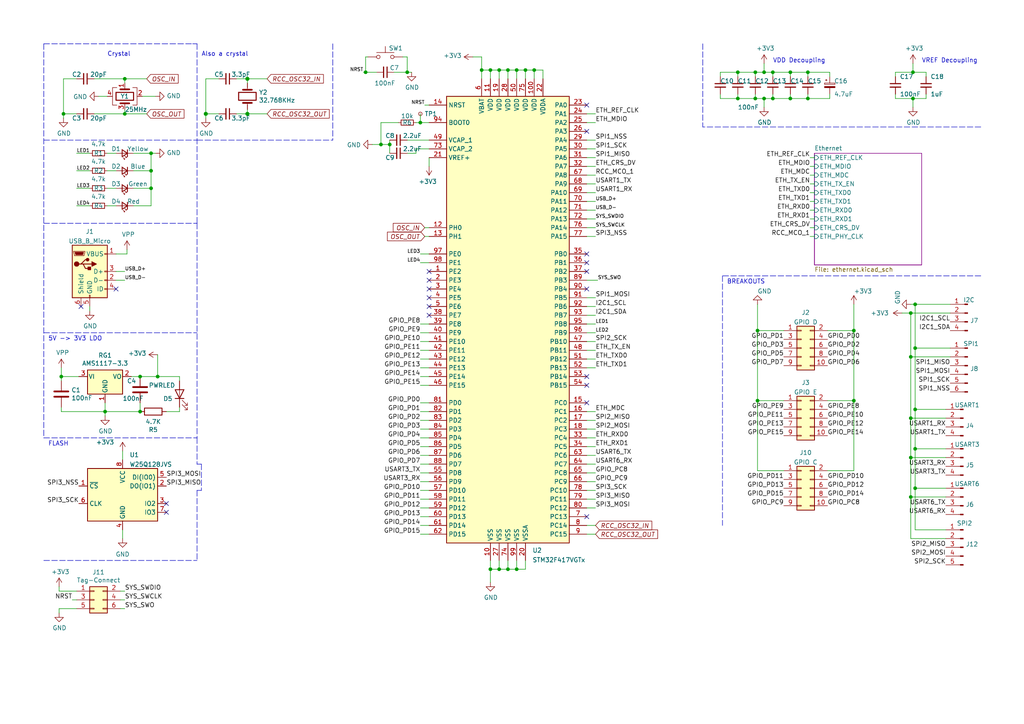
<source format=kicad_sch>
(kicad_sch (version 20211123) (generator eeschema)
  (paper "A4")
  (junction (at 213.995 28.575))
  (junction (at 234.315 28.575))
  (junction (at 265.43 88.265))
  (junction (at 43.815 49.53))
  (junction (at 17.78 109.22))
  (junction (at 264.16 103.505))
  (junction (at 43.815 44.45))
  (junction (at 139.7 20.32))
  (junction (at 224.155 20.955))
  (junction (at 118.11 20.955))
  (junction (at 264.16 132.715))
  (junction (at 264.795 28.575))
  (junction (at 144.78 165.1))
  (junction (at 229.235 20.955))
  (junction (at 265.43 141.605))
  (junction (at 40.64 109.22))
  (junction (at 221.615 28.575))
  (junction (at 154.94 20.32))
  (junction (at 152.4 20.32))
  (junction (at 147.32 20.32))
  (junction (at 45.72 109.22))
  (junction (at 264.16 90.805))
  (junction (at 36.195 33.02))
  (junction (at 71.755 22.86) (diameter 1.016))
  (junction (at 234.315 20.955))
  (junction (at 219.71 116.205))
  (junction (at 264.795 20.955))
  (junction (at 265.43 118.745))
  (junction (at 264.16 121.285))
  (junction (at 149.86 165.1))
  (junction (at 219.71 95.885))
  (junction (at 149.86 20.32))
  (junction (at 40.64 119.38))
  (junction (at 147.32 165.1))
  (junction (at 265.43 130.175))
  (junction (at 71.755 33.02) (diameter 1.016))
  (junction (at 106.045 20.955))
  (junction (at 142.24 20.32))
  (junction (at 219.075 28.575))
  (junction (at 113.03 41.91))
  (junction (at 43.815 54.61))
  (junction (at 59.69 33.02) (diameter 1.016))
  (junction (at 219.075 20.955))
  (junction (at 229.235 28.575))
  (junction (at 110.49 41.91))
  (junction (at 121.92 35.56))
  (junction (at 265.43 100.965))
  (junction (at 142.24 165.1))
  (junction (at 213.995 20.955))
  (junction (at 18.415 33.02))
  (junction (at 224.155 28.575))
  (junction (at 144.78 20.32))
  (junction (at 264.16 144.145))
  (junction (at 30.48 119.38))
  (junction (at 221.615 20.955))
  (junction (at 36.195 22.86))
  (junction (at 247.65 116.205))
  (junction (at 247.65 95.885))
  (no_connect (at 170.18 38.1))
  (no_connect (at 170.18 30.48))
  (no_connect (at 23.495 88.9))
  (no_connect (at 170.18 116.84))
  (no_connect (at 48.26 146.05))
  (no_connect (at 48.26 148.59))
  (no_connect (at 170.18 78.74))
  (no_connect (at 170.18 76.2))
  (no_connect (at 170.18 73.66))
  (no_connect (at 170.18 149.86))
  (no_connect (at 170.18 111.76))
  (no_connect (at 170.18 109.22))
  (no_connect (at 124.46 91.44))
  (no_connect (at 124.46 78.74))
  (no_connect (at 124.46 81.28))
  (no_connect (at 124.46 83.82))
  (no_connect (at 124.46 88.9))
  (no_connect (at 124.46 86.36))
  (no_connect (at 170.18 83.82))
  (no_connect (at 33.655 83.82))
  (wire (pts (xy 17.145 170.18) (xy 17.145 171.45)))
  (wire (pts (xy 170.18 142.24) (xy 172.72 142.24)))
  (wire (pts (xy 234.95 68.58) (xy 236.22 68.58)))
  (wire (pts (xy 264.795 18.415) (xy 264.795 20.955)))
  (wire (pts (xy 170.18 119.38) (xy 172.72 119.38)))
  (wire (pts (xy 264.16 156.21) (xy 264.16 144.145)))
  (wire (pts (xy 274.32 118.745) (xy 265.43 118.745)))
  (wire (pts (xy 234.315 27.305) (xy 234.315 28.575)))
  (wire (pts (xy 152.4 20.32) (xy 149.86 20.32)))
  (wire (pts (xy 142.24 20.32) (xy 142.24 22.86)))
  (wire (pts (xy 40.64 109.22) (xy 45.72 109.22)))
  (wire (pts (xy 170.18 45.72) (xy 172.72 45.72)))
  (wire (pts (xy 59.69 22.86) (xy 59.69 33.02)))
  (wire (pts (xy 170.18 134.62) (xy 172.72 134.62)))
  (wire (pts (xy 219.075 22.225) (xy 219.075 20.955)))
  (wire (pts (xy 17.78 106.68) (xy 17.78 109.22)))
  (wire (pts (xy 45.72 102.87) (xy 45.72 109.22)))
  (polyline (pts (xy 55.88 12.7) (xy 57.15 12.7)))
  (polyline (pts (xy 12.7 40.64) (xy 57.15 40.64)))
  (wire (pts (xy 45.085 44.45) (xy 43.815 44.45)))
  (wire (pts (xy 274.32 153.67) (xy 265.43 153.67)))
  (wire (pts (xy 34.925 171.45) (xy 36.195 171.45)))
  (wire (pts (xy 139.7 16.51) (xy 139.7 20.32)))
  (wire (pts (xy 219.075 20.955) (xy 221.615 20.955)))
  (wire (pts (xy 121.92 93.98) (xy 124.46 93.98)))
  (wire (pts (xy 107.95 41.91) (xy 110.49 41.91)))
  (wire (pts (xy 38.735 49.53) (xy 43.815 49.53)))
  (wire (pts (xy 118.11 40.64) (xy 124.46 40.64)))
  (wire (pts (xy 123.19 30.48) (xy 124.46 30.48)))
  (wire (pts (xy 22.225 49.53) (xy 26.035 49.53)))
  (polyline (pts (xy 57.15 142.24) (xy 57.15 162.56)))
  (wire (pts (xy 124.46 48.26) (xy 124.46 45.72)))
  (wire (pts (xy 265.43 130.175) (xy 265.43 118.745)))
  (polyline (pts (xy 57.15 40.64) (xy 96.52 40.64)))
  (wire (pts (xy 121.92 111.76) (xy 124.46 111.76)))
  (wire (pts (xy 45.085 27.94) (xy 41.275 27.94)))
  (wire (pts (xy 149.86 20.32) (xy 147.32 20.32)))
  (wire (pts (xy 240.665 27.305) (xy 240.665 28.575)))
  (wire (pts (xy 22.225 22.86) (xy 18.415 22.86)))
  (wire (pts (xy 170.18 66.04) (xy 172.72 66.04)))
  (wire (pts (xy 121.92 147.32) (xy 124.46 147.32)))
  (wire (pts (xy 264.16 88.265) (xy 265.43 88.265)))
  (wire (pts (xy 63.5 22.86) (xy 59.69 22.86)))
  (wire (pts (xy 40.64 119.38) (xy 30.48 119.38)))
  (wire (pts (xy 170.18 99.06) (xy 172.72 99.06)))
  (wire (pts (xy 42.545 22.86) (xy 36.195 22.86)))
  (wire (pts (xy 120.65 35.56) (xy 121.92 35.56)))
  (wire (pts (xy 30.48 119.38) (xy 30.48 120.65)))
  (wire (pts (xy 170.18 129.54) (xy 172.72 129.54)))
  (wire (pts (xy 35.56 153.67) (xy 35.56 156.21)))
  (wire (pts (xy 52.07 118.11) (xy 52.07 119.38)))
  (wire (pts (xy 144.78 20.32) (xy 142.24 20.32)))
  (wire (pts (xy 170.18 132.08) (xy 172.72 132.08)))
  (wire (pts (xy 234.95 63.5) (xy 236.22 63.5)))
  (wire (pts (xy 106.045 20.955) (xy 109.22 20.955)))
  (wire (pts (xy 221.615 18.415) (xy 221.615 20.955)))
  (wire (pts (xy 17.78 119.38) (xy 30.48 119.38)))
  (wire (pts (xy 170.18 144.78) (xy 172.72 144.78)))
  (wire (pts (xy 247.65 136.525) (xy 247.65 116.205)))
  (polyline (pts (xy 12.7 96.52) (xy 57.15 96.52)))
  (wire (pts (xy 170.18 154.94) (xy 172.72 154.94)))
  (wire (pts (xy 170.18 101.6) (xy 172.72 101.6)))
  (wire (pts (xy 121.92 73.66) (xy 124.46 73.66)))
  (wire (pts (xy 240.665 22.225) (xy 240.665 20.955)))
  (wire (pts (xy 208.915 20.955) (xy 213.995 20.955)))
  (wire (pts (xy 36.195 22.86) (xy 36.195 24.13)))
  (wire (pts (xy 170.18 48.26) (xy 172.72 48.26)))
  (wire (pts (xy 68.58 22.86) (xy 71.755 22.86)))
  (wire (pts (xy 147.32 162.56) (xy 147.32 165.1)))
  (wire (pts (xy 36.83 73.66) (xy 33.655 73.66)))
  (wire (pts (xy 247.65 95.885) (xy 240.03 95.885)))
  (wire (pts (xy 121.92 99.06) (xy 124.46 99.06)))
  (wire (pts (xy 43.815 44.45) (xy 43.815 49.53)))
  (wire (pts (xy 170.18 96.52) (xy 172.72 96.52)))
  (wire (pts (xy 121.92 127) (xy 124.46 127)))
  (wire (pts (xy 114.3 20.955) (xy 118.11 20.955)))
  (wire (pts (xy 170.18 35.56) (xy 172.72 35.56)))
  (wire (pts (xy 152.4 165.1) (xy 152.4 162.56)))
  (wire (pts (xy 121.92 109.22) (xy 124.46 109.22)))
  (wire (pts (xy 265.43 100.965) (xy 265.43 88.265)))
  (wire (pts (xy 170.18 50.8) (xy 172.72 50.8)))
  (wire (pts (xy 259.715 20.955) (xy 264.795 20.955)))
  (polyline (pts (xy 12.7 12.7) (xy 12.7 127)) (stroke (width 0) (type dash)))
  (wire (pts (xy 172.72 58.42) (xy 170.18 58.42)))
  (wire (pts (xy 71.755 22.86) (xy 71.755 24.13)))
  (wire (pts (xy 224.155 28.575) (xy 221.615 28.575)))
  (wire (pts (xy 170.18 147.32) (xy 172.72 147.32)))
  (wire (pts (xy 268.605 28.575) (xy 264.795 28.575)))
  (polyline (pts (xy 57.15 134.62) (xy 58.42 134.62)))
  (wire (pts (xy 268.605 27.305) (xy 268.605 28.575)))
  (wire (pts (xy 123.19 68.58) (xy 124.46 68.58)))
  (wire (pts (xy 38.735 59.69) (xy 43.815 59.69)))
  (wire (pts (xy 18.415 22.86) (xy 18.415 33.02)))
  (polyline (pts (xy 284.48 80.01) (xy 209.55 80.01)))
  (wire (pts (xy 31.115 44.45) (xy 33.655 44.45)))
  (wire (pts (xy 219.71 95.885) (xy 227.33 95.885)))
  (wire (pts (xy 121.92 144.78) (xy 124.46 144.78)))
  (wire (pts (xy 42.545 33.02) (xy 36.195 33.02)))
  (polyline (pts (xy 57.15 64.77) (xy 57.15 127)))
  (wire (pts (xy 121.92 116.84) (xy 124.46 116.84)))
  (wire (pts (xy 264.795 28.575) (xy 259.715 28.575)))
  (wire (pts (xy 27.305 22.86) (xy 36.195 22.86)))
  (wire (pts (xy 264.16 144.145) (xy 264.16 132.715)))
  (wire (pts (xy 27.305 33.02) (xy 36.195 33.02)))
  (wire (pts (xy 247.65 88.265) (xy 247.65 95.885)))
  (wire (pts (xy 172.72 63.5) (xy 170.18 63.5)))
  (wire (pts (xy 229.235 27.305) (xy 229.235 28.575)))
  (wire (pts (xy 170.18 86.36) (xy 172.72 86.36)))
  (wire (pts (xy 22.225 44.45) (xy 26.035 44.45)))
  (wire (pts (xy 106.68 16.51) (xy 106.045 16.51)))
  (wire (pts (xy 121.92 154.94) (xy 124.46 154.94)))
  (polyline (pts (xy 12.7 64.77) (xy 57.15 64.77)))
  (wire (pts (xy 113.03 41.91) (xy 113.03 40.64)))
  (wire (pts (xy 17.145 177.8) (xy 17.145 176.53)))
  (wire (pts (xy 264.795 31.115) (xy 264.795 28.575)))
  (wire (pts (xy 121.92 129.54) (xy 124.46 129.54)))
  (polyline (pts (xy 12.7 127) (xy 57.15 127)))
  (wire (pts (xy 52.07 119.38) (xy 48.26 119.38)))
  (wire (pts (xy 221.615 20.955) (xy 224.155 20.955)))
  (wire (pts (xy 149.86 165.1) (xy 147.32 165.1)))
  (wire (pts (xy 213.995 27.305) (xy 213.995 28.575)))
  (wire (pts (xy 36.83 72.39) (xy 36.83 73.66)))
  (wire (pts (xy 213.995 22.225) (xy 213.995 20.955)))
  (wire (pts (xy 170.18 43.18) (xy 172.72 43.18)))
  (wire (pts (xy 71.755 33.02) (xy 77.47 33.02)))
  (wire (pts (xy 106.045 16.51) (xy 106.045 20.955)))
  (wire (pts (xy 121.92 101.6) (xy 124.46 101.6)))
  (wire (pts (xy 36.195 33.02) (xy 36.195 31.75)))
  (wire (pts (xy 234.95 53.34) (xy 236.22 53.34)))
  (wire (pts (xy 275.59 103.505) (xy 264.16 103.505)))
  (polyline (pts (xy 57.15 127) (xy 57.15 134.62)))
  (wire (pts (xy 170.18 55.88) (xy 172.72 55.88)))
  (wire (pts (xy 234.95 50.8) (xy 236.22 50.8)))
  (wire (pts (xy 31.115 59.69) (xy 33.655 59.69)))
  (wire (pts (xy 247.65 116.205) (xy 240.03 116.205)))
  (polyline (pts (xy 57.15 12.7) (xy 57.15 64.77)))
  (wire (pts (xy 144.78 162.56) (xy 144.78 165.1)))
  (wire (pts (xy 28.575 27.94) (xy 31.115 27.94)))
  (wire (pts (xy 18.415 34.29) (xy 18.415 33.02)))
  (wire (pts (xy 261.62 90.805) (xy 264.16 90.805)))
  (wire (pts (xy 274.32 121.285) (xy 264.16 121.285)))
  (wire (pts (xy 144.78 20.32) (xy 144.78 22.86)))
  (wire (pts (xy 43.815 49.53) (xy 43.815 54.61)))
  (wire (pts (xy 121.92 134.62) (xy 124.46 134.62)))
  (wire (pts (xy 142.24 168.91) (xy 142.24 165.1)))
  (wire (pts (xy 229.235 28.575) (xy 224.155 28.575)))
  (wire (pts (xy 240.03 136.525) (xy 247.65 136.525)))
  (wire (pts (xy 240.665 20.955) (xy 234.315 20.955)))
  (wire (pts (xy 234.95 66.04) (xy 236.22 66.04)))
  (wire (pts (xy 170.18 121.92) (xy 172.72 121.92)))
  (wire (pts (xy 31.115 49.53) (xy 33.655 49.53)))
  (wire (pts (xy 265.43 118.745) (xy 265.43 100.965)))
  (wire (pts (xy 121.92 124.46) (xy 124.46 124.46)))
  (wire (pts (xy 38.1 109.22) (xy 40.64 109.22)))
  (wire (pts (xy 110.49 35.56) (xy 110.49 41.91)))
  (wire (pts (xy 149.86 162.56) (xy 149.86 165.1)))
  (wire (pts (xy 224.155 27.305) (xy 224.155 28.575)))
  (wire (pts (xy 170.18 124.46) (xy 172.72 124.46)))
  (wire (pts (xy 170.18 104.14) (xy 172.72 104.14)))
  (wire (pts (xy 234.315 20.955) (xy 234.315 22.225)))
  (wire (pts (xy 121.92 149.86) (xy 124.46 149.86)))
  (wire (pts (xy 22.225 59.69) (xy 26.035 59.69)))
  (wire (pts (xy 234.95 45.72) (xy 236.22 45.72)))
  (wire (pts (xy 219.075 27.305) (xy 219.075 28.575)))
  (wire (pts (xy 219.71 116.205) (xy 227.33 116.205)))
  (wire (pts (xy 264.16 132.715) (xy 264.16 121.285)))
  (wire (pts (xy 110.49 41.91) (xy 113.03 41.91)))
  (wire (pts (xy 17.78 109.22) (xy 17.78 110.49)))
  (wire (pts (xy 224.155 22.225) (xy 224.155 20.955)))
  (wire (pts (xy 40.64 116.84) (xy 40.64 119.38)))
  (wire (pts (xy 219.71 136.525) (xy 219.71 116.205)))
  (polyline (pts (xy 96.52 12.7) (xy 96.52 40.64)))
  (wire (pts (xy 121.92 132.08) (xy 124.46 132.08)))
  (wire (pts (xy 38.735 44.45) (xy 43.815 44.45)))
  (polyline (pts (xy 58.42 142.24) (xy 57.15 142.24)))
  (wire (pts (xy 121.92 76.2) (xy 124.46 76.2)))
  (wire (pts (xy 219.71 88.265) (xy 219.71 95.885)))
  (wire (pts (xy 274.32 141.605) (xy 265.43 141.605)))
  (polyline (pts (xy 12.7 162.56) (xy 57.15 162.56)))
  (wire (pts (xy 121.92 139.7) (xy 124.46 139.7)))
  (wire (pts (xy 259.715 28.575) (xy 259.715 27.305)))
  (wire (pts (xy 35.56 130.81) (xy 35.56 133.35)))
  (wire (pts (xy 121.92 142.24) (xy 124.46 142.24)))
  (wire (pts (xy 30.48 116.84) (xy 30.48 119.38)))
  (wire (pts (xy 17.145 176.53) (xy 22.225 176.53)))
  (wire (pts (xy 149.86 165.1) (xy 152.4 165.1)))
  (wire (pts (xy 234.95 58.42) (xy 236.22 58.42)))
  (wire (pts (xy 213.995 28.575) (xy 208.915 28.575)))
  (wire (pts (xy 221.615 31.115) (xy 221.615 28.575)))
  (wire (pts (xy 234.315 28.575) (xy 229.235 28.575)))
  (wire (pts (xy 170.18 139.7) (xy 172.72 139.7)))
  (wire (pts (xy 147.32 165.1) (xy 144.78 165.1)))
  (wire (pts (xy 170.18 88.9) (xy 172.72 88.9)))
  (wire (pts (xy 18.415 33.02) (xy 22.225 33.02)))
  (wire (pts (xy 68.58 33.02) (xy 71.755 33.02)))
  (polyline (pts (xy 284.48 36.83) (xy 203.835 36.83)))
  (wire (pts (xy 144.78 165.1) (xy 142.24 165.1)))
  (wire (pts (xy 26.035 90.17) (xy 26.035 88.9)))
  (wire (pts (xy 213.995 20.955) (xy 219.075 20.955)))
  (wire (pts (xy 170.18 106.68) (xy 172.72 106.68)))
  (wire (pts (xy 247.65 95.885) (xy 247.65 116.205)))
  (wire (pts (xy 264.16 103.505) (xy 264.16 90.805)))
  (wire (pts (xy 59.69 33.02) (xy 63.5 33.02)))
  (wire (pts (xy 274.32 130.175) (xy 265.43 130.175)))
  (wire (pts (xy 274.32 132.715) (xy 264.16 132.715)))
  (wire (pts (xy 45.72 109.22) (xy 52.07 109.22)))
  (wire (pts (xy 118.11 20.955) (xy 119.38 20.955)))
  (wire (pts (xy 34.925 176.53) (xy 36.195 176.53)))
  (wire (pts (xy 274.32 156.21) (xy 264.16 156.21)))
  (polyline (pts (xy 58.42 134.62) (xy 58.42 142.24)))
  (wire (pts (xy 120.65 43.18) (xy 124.46 43.18)))
  (wire (pts (xy 113.03 41.91) (xy 113.03 44.45)))
  (wire (pts (xy 147.32 20.32) (xy 144.78 20.32)))
  (wire (pts (xy 219.71 95.885) (xy 219.71 116.205)))
  (wire (pts (xy 265.43 141.605) (xy 265.43 130.175)))
  (wire (pts (xy 170.18 81.28) (xy 173.355 81.28)))
  (wire (pts (xy 154.94 20.32) (xy 152.4 20.32)))
  (wire (pts (xy 59.69 34.29) (xy 59.69 33.02)))
  (wire (pts (xy 170.18 68.58) (xy 172.72 68.58)))
  (wire (pts (xy 152.4 20.32) (xy 152.4 22.86)))
  (wire (pts (xy 105.41 20.955) (xy 106.045 20.955)))
  (polyline (pts (xy 209.55 80.01) (xy 209.55 152.4)))
  (wire (pts (xy 71.755 22.86) (xy 77.47 22.86)))
  (wire (pts (xy 115.57 35.56) (xy 110.49 35.56)))
  (wire (pts (xy 264.16 121.285) (xy 264.16 103.505)))
  (wire (pts (xy 274.32 144.145) (xy 264.16 144.145)))
  (wire (pts (xy 264.16 90.805) (xy 275.59 90.805)))
  (wire (pts (xy 120.65 44.45) (xy 120.65 43.18)))
  (wire (pts (xy 52.07 109.22) (xy 52.07 110.49)))
  (wire (pts (xy 17.78 109.22) (xy 22.86 109.22)))
  (wire (pts (xy 224.155 20.955) (xy 229.235 20.955)))
  (wire (pts (xy 154.94 20.32) (xy 157.48 20.32)))
  (wire (pts (xy 118.11 44.45) (xy 120.65 44.45)))
  (polyline (pts (xy 12.7 12.7) (xy 55.88 12.7)))
  (wire (pts (xy 121.92 104.14) (xy 124.46 104.14)))
  (wire (pts (xy 264.795 20.955) (xy 268.605 20.955)))
  (wire (pts (xy 121.92 137.16) (xy 124.46 137.16)))
  (wire (pts (xy 17.78 119.38) (xy 17.78 118.11)))
  (wire (pts (xy 34.925 173.99) (xy 36.195 173.99)))
  (wire (pts (xy 147.32 20.32) (xy 147.32 22.86)))
  (wire (pts (xy 234.95 48.26) (xy 236.22 48.26)))
  (wire (pts (xy 265.43 153.67) (xy 265.43 141.605)))
  (wire (pts (xy 170.18 33.02) (xy 172.72 33.02)))
  (wire (pts (xy 170.18 137.16) (xy 172.72 137.16)))
  (wire (pts (xy 170.18 91.44) (xy 172.72 91.44)))
  (wire (pts (xy 234.95 60.96) (xy 236.22 60.96)))
  (wire (pts (xy 17.145 171.45) (xy 22.225 171.45)))
  (wire (pts (xy 33.655 81.28) (xy 36.195 81.28)))
  (wire (pts (xy 221.615 28.575) (xy 219.075 28.575)))
  (wire (pts (xy 275.59 100.965) (xy 265.43 100.965)))
  (wire (pts (xy 137.16 16.51) (xy 139.7 16.51)))
  (polyline (pts (xy 203.835 12.7) (xy 203.835 36.83)))
  (wire (pts (xy 219.075 28.575) (xy 213.995 28.575)))
  (wire (pts (xy 38.735 54.61) (xy 43.815 54.61)))
  (wire (pts (xy 20.955 173.99) (xy 22.225 173.99)))
  (wire (pts (xy 121.92 106.68) (xy 124.46 106.68)))
  (wire (pts (xy 229.235 20.955) (xy 234.315 20.955)))
  (wire (pts (xy 118.11 16.51) (xy 118.11 20.955)))
  (wire (pts (xy 170.18 152.4) (xy 172.72 152.4)))
  (wire (pts (xy 265.43 88.265) (xy 275.59 88.265)))
  (wire (pts (xy 268.605 20.955) (xy 268.605 22.225)))
  (wire (pts (xy 170.18 93.98) (xy 172.72 93.98)))
  (wire (pts (xy 142.24 165.1) (xy 142.24 162.56)))
  (wire (pts (xy 208.915 22.225) (xy 208.915 20.955)))
  (wire (pts (xy 123.19 66.04) (xy 124.46 66.04)))
  (wire (pts (xy 121.92 35.56) (xy 124.46 35.56)))
  (wire (pts (xy 31.115 54.61) (xy 33.655 54.61)))
  (wire (pts (xy 227.33 136.525) (xy 219.71 136.525)))
  (wire (pts (xy 121.92 33.02) (xy 121.92 35.56)))
  (wire (pts (xy 170.18 40.64) (xy 172.72 40.64)))
  (wire (pts (xy 121.92 121.92) (xy 124.46 121.92)))
  (wire (pts (xy 149.86 20.32) (xy 149.86 22.86)))
  (wire (pts (xy 71.755 31.75) (xy 71.755 33.02)))
  (wire (pts (xy 22.225 54.61) (xy 26.035 54.61)))
  (wire (pts (xy 234.95 55.88) (xy 236.22 55.88)))
  (wire (pts (xy 157.48 20.32) (xy 157.48 22.86)))
  (wire (pts (xy 121.92 152.4) (xy 124.46 152.4)))
  (wire (pts (xy 43.815 54.61) (xy 43.815 59.69)))
  (wire (pts (xy 36.195 78.74) (xy 33.655 78.74)))
  (wire (pts (xy 121.92 119.38) (xy 124.46 119.38)))
  (wire (pts (xy 208.915 28.575) (xy 208.915 27.305)))
  (wire (pts (xy 259.715 22.225) (xy 259.715 20.955)))
  (wire (pts (xy 116.84 16.51) (xy 118.11 16.51)))
  (wire (pts (xy 121.92 96.52) (xy 124.46 96.52)))
  (wire (pts (xy 170.18 53.34) (xy 172.72 53.34)))
  (wire (pts (xy 139.7 20.32) (xy 142.24 20.32)))
  (wire (pts (xy 229.235 22.225) (xy 229.235 20.955)))
  (wire (pts (xy 170.18 127) (xy 172.72 127)))
  (wire (pts (xy 240.665 28.575) (xy 234.315 28.575)))
  (wire (pts (xy 170.18 60.96) (xy 172.72 60.96)))
  (wire (pts (xy 154.94 22.86) (xy 154.94 20.32)))
  (wire (pts (xy 139.7 20.32) (xy 139.7 22.86)))
  (text "Crystal" (at 31.115 16.51 0) (effects (font (size 1.27 1.27)) (justify left bottom)))
  (text "VREF Decoupling" (at 267.335 18.415 0) (effects (font (size 1.27 1.27)) (justify left bottom)))
  (text "VDD Decoupling" (at 224.155 18.415 0) (effects (font (size 1.27 1.27)) (justify left bottom)))
  (text "5V -> 3V3 LDO" (at 13.97 99.06 0) (effects (font (size 1.27 1.27)) (justify left bottom)))
  (text "Also a crystal" (at 58.42 16.51 0) (effects (font (size 1.27 1.27)) (justify left bottom)))
  (text "FLASH" (at 13.97 129.54 0) (effects (font (size 1.27 1.27)) (justify left bottom)))
  (text "BREAKOUTS" (at 210.82 82.55 0) (effects (font (size 1.27 1.27)) (justify left bottom)))
  (label "GPIO_PD4" (at 121.92 127 180))
  (label "SPI3_NSS" (at 172.72 68.58 0))
  (label "USB_D+" (at 172.72 58.42 0) (effects (font (size 0.9906 0.9906))))
  (label "GPIO_PE11" (at 121.92 101.6 180))
  (label "GPIO_PD6" (at 121.92 132.08 180))
  (label "GPIO_PE9" (at 121.92 96.52 180))
  (label "GPIO_PE9" (at 227.33 118.745 180))
  (label "GPIO_PD14" (at 121.92 152.4 180))
  (label "GPIO_PE15" (at 227.33 126.365 180))
  (label "GPIO_PD7" (at 121.92 134.62 180))
  (label "SPI1_SCK" (at 275.59 111.125 180))
  (label "SPI1_MOSI" (at 172.72 86.36 0))
  (label "ETH_CRS_DV" (at 234.95 66.04 180))
  (label "SPI3_MOSI" (at 48.26 138.43 0))
  (label "GPIO_PD3" (at 121.92 124.46 180))
  (label "USB_D+" (at 36.195 78.74 0) (effects (font (size 0.9906 0.9906))))
  (label "GPIO_PE14" (at 240.03 126.365 0))
  (label "ETH_MDIO" (at 234.95 48.26 180))
  (label "LED3" (at 121.92 73.66 180) (effects (font (size 0.9906 0.9906))))
  (label "SPI1_MOSI" (at 275.59 108.585 180))
  (label "I2C1_SDA" (at 172.72 91.44 0))
  (label "SPI2_MISO" (at 172.72 121.92 0))
  (label "NRST" (at 105.41 20.955 180) (effects (font (size 0.9906 0.9906))))
  (label "GPIO_PD13" (at 227.33 141.605 180))
  (label "GPIO_PD2" (at 121.92 121.92 180))
  (label "GPIO_PD4" (at 240.03 103.505 0))
  (label "GPIO_PD3" (at 227.33 100.965 180))
  (label "ETH_TX_EN" (at 172.72 101.6 0))
  (label "ETH_CRS_DV" (at 172.72 48.26 0))
  (label "SYS_SWDIO" (at 36.195 171.45 0))
  (label "ETH_TXD1" (at 234.95 58.42 180))
  (label "ETH_MDIO" (at 172.72 35.56 0))
  (label "ETH_TXD0" (at 172.72 104.14 0))
  (label "USB_D-" (at 172.72 60.96 0) (effects (font (size 0.9906 0.9906))))
  (label "GPIO_PC9" (at 227.33 146.685 180))
  (label "SPI2_SCK" (at 274.32 163.83 180))
  (label "LED3" (at 22.225 54.61 0) (effects (font (size 0.9906 0.9906))))
  (label "SPI3_SCK" (at 172.72 142.24 0))
  (label "GPIO_PE12" (at 121.92 104.14 180))
  (label "ETH_TXD0" (at 234.95 55.88 180))
  (label "NRST" (at 20.955 173.99 180))
  (label "SPI3_MISO" (at 172.72 144.78 0))
  (label "LED4" (at 22.225 59.69 0) (effects (font (size 0.9906 0.9906))))
  (label "GPIO_PE10" (at 121.92 99.06 180))
  (label "LED2" (at 22.225 49.53 0) (effects (font (size 0.9906 0.9906))))
  (label "RCC_MCO_1" (at 234.95 68.58 180))
  (label "RCC_MCO_1" (at 172.72 50.8 0))
  (label "ETH_TX_EN" (at 234.95 53.34 180))
  (label "GPIO_PE15" (at 121.92 111.76 180))
  (label "ETH_RXD0" (at 234.95 60.96 180))
  (label "SPI1_MISO" (at 172.72 45.72 0))
  (label "GPIO_PD1" (at 121.92 119.38 180))
  (label "SPI2_MISO" (at 274.32 158.75 180))
  (label "GPIO_PE13" (at 121.92 106.68 180))
  (label "SYS_SWO" (at 36.195 176.53 0))
  (label "SYS_SWO" (at 173.355 81.28 0) (effects (font (size 0.9906 0.9906))))
  (label "GPIO_PE14" (at 121.92 109.22 180))
  (label "GPIO_PD11" (at 121.92 144.78 180))
  (label "USART3_TX" (at 274.32 137.795 180))
  (label "GPIO_PE8" (at 121.92 93.98 180))
  (label "GPIO_PD0" (at 121.92 116.84 180))
  (label "USART1_RX" (at 172.72 55.88 0))
  (label "USB_D-" (at 36.195 81.28 0) (effects (font (size 0.9906 0.9906))))
  (label "GPIO_PD13" (at 121.92 149.86 180))
  (label "GPIO_PD15" (at 227.33 144.145 180))
  (label "LED1" (at 172.72 93.98 0) (effects (font (size 0.9906 0.9906))))
  (label "USART6_RX" (at 172.72 134.62 0))
  (label "USART3_RX" (at 274.32 135.255 180))
  (label "SPI2_MOSI" (at 172.72 124.46 0))
  (label "GPIO_PD10" (at 240.03 139.065 0))
  (label "ETH_RXD0" (at 172.72 127 0))
  (label "GPIO_PD12" (at 240.03 141.605 0))
  (label "USART6_RX" (at 274.32 149.225 180))
  (label "LED2" (at 172.72 96.52 0) (effects (font (size 0.9906 0.9906))))
  (label "SPI2_MOSI" (at 274.32 161.29 180))
  (label "SYS_SWDIO" (at 172.72 63.5 0) (effects (font (size 0.9906 0.9906))))
  (label "GPIO_PC8" (at 240.03 146.685 0))
  (label "SPI2_SCK" (at 172.72 99.06 0))
  (label "ETH_RXD1" (at 234.95 63.5 180))
  (label "GPIO_PD14" (at 240.03 144.145 0))
  (label "SYS_SWCLK" (at 36.195 173.99 0))
  (label "ETH_MDC" (at 172.72 119.38 0))
  (label "GPIO_PC8" (at 172.72 137.16 0))
  (label "LED1" (at 22.225 44.45 0) (effects (font (size 0.9906 0.9906))))
  (label "GPIO_PD12" (at 121.92 147.32 180))
  (label "USART1_TX" (at 274.32 126.365 180))
  (label "GPIO_PD15" (at 121.92 154.94 180))
  (label "GPIO_PE10" (at 240.03 121.285 0))
  (label "SPI3_NSS" (at 22.86 140.97 180))
  (label "SPI1_NSS" (at 172.72 40.64 0))
  (label "USART6_TX" (at 172.72 132.08 0))
  (label "GPIO_PD11" (at 227.33 139.065 180))
  (label "GPIO_PD2" (at 240.03 100.965 0))
  (label "USART3_TX" (at 121.92 137.16 180))
  (label "GPIO_PD7" (at 227.33 106.045 180))
  (label "SPI3_MOSI" (at 172.72 147.32 0))
  (label "LED4" (at 121.92 76.2 180) (effects (font (size 0.9906 0.9906))))
  (label "I2C1_SDA" (at 275.59 95.885 180))
  (label "I2C1_SCL" (at 275.59 93.345 180))
  (label "USART1_TX" (at 172.72 53.34 0))
  (label "SYS_SWCLK" (at 172.72 66.04 0) (effects (font (size 0.9906 0.9906))))
  (label "SPI3_SCK" (at 22.86 146.05 180))
  (label "GPIO_PD5" (at 121.92 129.54 180))
  (label "NRST" (at 123.19 30.48 180) (effects (font (size 0.9906 0.9906))))
  (label "GPIO_PD10" (at 121.92 142.24 180))
  (label "USART3_RX" (at 121.92 139.7 180))
  (label "ETH_TXD1" (at 172.72 106.68 0))
  (label "GPIO_PD5" (at 227.33 103.505 180))
  (label "ETH_REF_CLK" (at 234.95 45.72 180))
  (label "GPIO_PD1" (at 227.33 98.425 180))
  (label "USART1_RX" (at 274.32 123.825 180))
  (label "SPI1_MISO" (at 275.59 106.045 180))
  (label "ETH_REF_CLK" (at 172.72 33.02 0))
  (label "GPIO_PD0" (at 240.03 98.425 0))
  (label "SPI1_SCK" (at 172.72 43.18 0))
  (label "ETH_MDC" (at 234.95 50.8 180))
  (label "GPIO_PE13" (at 227.33 123.825 180))
  (label "GPIO_PD6" (at 240.03 106.045 0))
  (label "I2C1_SCL" (at 172.72 88.9 0))
  (label "USART6_TX" (at 274.32 146.685 180))
  (label "SPI3_MISO" (at 48.26 140.97 0))
  (label "GPIO_PE8" (at 240.03 118.745 0))
  (label "GPIO_PE11" (at 227.33 121.285 180))
  (label "GPIO_PC9" (at 172.72 139.7 0))
  (label "GPIO_PE12" (at 240.03 123.825 0))
  (label "SPI1_NSS" (at 275.59 113.665 180))
  (label "ETH_RXD1" (at 172.72 129.54 0))
  (global_label "OSC_OUT" (shape input) (at 123.19 68.58 180) (effects (font italic)) (property "Intersheet References" "${INTERSHEET_REFS}" (effects hide)))
  (global_label "OSC_IN" (shape input) (at 42.545 22.86 0) (effects (font italic)) (property "Intersheet References" "${INTERSHEET_REFS}" (effects hide)))
  (global_label "RCC_OSC32_OUT" (shape input) (at 172.72 154.94 0) (effects (font italic)) (property "Intersheet References" "${INTERSHEET_REFS}" (effects hide)))
  (global_label "RCC_OSC32_IN" (shape input) (at 172.72 152.4 0) (effects (font italic)) (property "Intersheet References" "${INTERSHEET_REFS}" (effects hide)))
  (global_label "RCC_OSC32_OUT" (shape input) (at 77.47 33.02 0) (effects (font italic)) (property "Intersheet References" "${INTERSHEET_REFS}" (effects hide)))
  (global_label "OSC_IN" (shape input) (at 123.19 66.04 180) (effects (font italic)) (property "Intersheet References" "${INTERSHEET_REFS}" (effects hide)))
  (global_label "OSC_OUT" (shape input) (at 42.545 33.02 0) (effects (font italic)) (property "Intersheet References" "${INTERSHEET_REFS}" (effects hide)))
  (global_label "RCC_OSC32_IN" (shape input) (at 77.47 22.86 0) (effects (font italic)) (property "Intersheet References" "${INTERSHEET_REFS}" (effects hide)))
  (symbol (lib_id "Device:Crystal") (at 71.755 27.94 90) (unit 1)
    (property "Reference" "Y2" (at 75.0825 26.7906 90) (effects (justify right)))
    (property "Value" "32.768KHz" (at 75.083 29.089 90) (effects (justify right)))
    (property "Footprint" "Crystal:Crystal_SMD_3215-2Pin_3.2x1.5mm" (effects hide))
    (property "LCSC" "C32346" (effects hide))
  )
  (symbol (lib_id "Device:C_Small") (at 208.915 24.765 0) (unit 1)
    (property "Reference" "C10" (at 208.915 23.495 0) (effects (justify left)))
    (property "Value" "100nF" (at 213.995 31.115 0) (effects (justify left)))
    (property "Footprint" "Capacitor_SMD:C_0603_1608Metric" (effects hide))
    (property "LCSC" "C14663" (effects hide))
  )
  (symbol (lib_id "power:+3V3") (at 261.62 90.805 90) (unit 1)
    (property "Reference" "#PWR022" (effects hide))
    (property "Value" "+3V3" (at 257.81 90.805 90) (effects (justify left)))
  )
  (symbol (lib_id "Connector:Conn_01x04_Male") (at 279.4 121.285 0) (mirror y) (unit 1)
    (property "Reference" "J4" (at 280.1112 123.4635 0) (effects (justify right)))
    (property "Value" "USART1" (at 276.86 117.475 0) (effects (justify right)))
    (property "Footprint" "Connector_PinHeader_2.54mm:PinHeader_1x04_P2.54mm_Vertical" (effects hide))
  )
  (symbol (lib_id "Connector_Generic:Conn_02x05_Odd_Even") (at 232.41 141.605 0) (unit 1)
    (property "Reference" "J10" (at 233.68 131.2885 0))
    (property "Value" "GPIO C" (at 233.68 134.0636 0))
    (property "Footprint" "Connector_PinHeader_2.54mm:PinHeader_2x05_P2.54mm_Vertical" (effects hide))
  )
  (symbol (lib_id "power:GND") (at 107.95 41.91 270) (unit 1)
    (property "Reference" "#PWR013" (effects hide))
    (property "Value" "GND" (at 104.6988 42.037 90) (effects (justify right)))
  )
  (symbol (lib_id "Connector:Conn_01x04_Male") (at 279.4 144.145 0) (mirror y) (unit 1)
    (property "Reference" "J6" (at 280.1112 146.3235 0) (effects (justify right)))
    (property "Value" "USART6" (at 276.86 140.335 0) (effects (justify right)))
    (property "Footprint" "Connector_PinHeader_2.54mm:PinHeader_1x04_P2.54mm_Vertical" (effects hide))
  )
  (symbol (lib_id "Device:C_Small") (at 24.765 33.02 270) (unit 1)
    (property "Reference" "C3" (at 22.225 34.29 90))
    (property "Value" "20pF" (at 28.575 34.29 90))
    (property "Footprint" "Capacitor_SMD:C_0603_1608Metric" (effects hide))
    (property "LCSC" "C1648" (effects hide))
  )
  (symbol (lib_id "Device:C_Small") (at 268.605 24.765 0) (unit 1)
    (property "Reference" "C18" (at 269.875 22.225 0) (effects (justify left)))
    (property "Value" "1uF" (at 269.875 27.305 0) (effects (justify left)))
    (property "Footprint" "Capacitor_SMD:C_0603_1608Metric" (effects hide))
    (property "LCSC" "C15849" (effects hide))
  )
  (symbol (lib_id "power:GND") (at 264.795 31.115 0) (unit 1)
    (property "Reference" "#PWR024" (effects hide))
    (property "Value" "GND" (at 264.922 35.5092 0))
  )
  (symbol (lib_id "Device:LED_Small") (at 36.195 54.61 180) (unit 1)
    (property "Reference" "D3" (at 33.655 53.34 0))
    (property "Value" "Green" (at 40.005 53.34 0))
    (property "Footprint" "LED_SMD:LED_0603_1608Metric" (effects hide))
    (property "LCSC" "C72043" (effects hide))
  )
  (symbol (lib_id "power:+3V3") (at 137.16 16.51 90) (unit 1)
    (property "Reference" "#PWR016" (effects hide))
    (property "Value" "+3V3" (at 133.9088 16.129 90) (effects (justify left)))
  )
  (symbol (lib_id "Device:LED_Small") (at 36.195 49.53 180) (unit 1)
    (property "Reference" "D2" (at 33.655 48.26 0))
    (property "Value" "Blue" (at 40.005 48.26 0))
    (property "Footprint" "LED_SMD:LED_0603_1608Metric" (effects hide))
    (property "LCSC" "C72041" (effects hide))
  )
  (symbol (lib_id "Connector_Generic:Conn_02x05_Odd_Even") (at 232.41 121.285 0) (unit 1)
    (property "Reference" "J3" (at 233.68 110.9685 0))
    (property "Value" "GPIO E" (at 233.68 113.7436 0))
    (property "Footprint" "Connector_PinHeader_2.54mm:PinHeader_2x05_P2.54mm_Vertical" (effects hide))
  )
  (symbol (lib_id "Device:LED_Small") (at 36.195 44.45 180) (unit 1)
    (property "Reference" "D1" (at 33.655 43.18 0))
    (property "Value" "Yellow" (at 40.005 43.18 0))
    (property "Footprint" "LED_SMD:LED_0603_1608Metric" (effects hide))
    (property "LCSC" "C72038" (effects hide))
  )
  (symbol (lib_id "power:GND") (at 221.615 31.115 0) (unit 1)
    (property "Reference" "#PWR020" (effects hide))
    (property "Value" "GND" (at 221.742 35.5092 0))
  )
  (symbol (lib_id "Device:R_Small") (at 28.575 54.61 270) (unit 1)
    (property "Reference" "R3" (at 28.575 54.61 90))
    (property "Value" "4.7k" (at 28.575 51.943 90))
    (property "Footprint" "Resistor_SMD:R_0603_1608Metric" (effects hide))
    (property "LCSC" "C23162" (effects hide))
  )
  (symbol (lib_id "power:VPP") (at 36.83 72.39 0) (unit 1)
    (property "Reference" "#PWR08" (effects hide))
    (property "Value" "VPP" (at 37.211 67.9958 0))
  )
  (symbol (lib_id "power:+3V3") (at 124.46 48.26 180) (unit 1)
    (property "Reference" "#PWR015" (effects hide))
    (property "Value" "+3V3" (at 124.079 52.6542 0))
  )
  (symbol (lib_id "Connector:Conn_01x05_Male") (at 279.4 158.75 0) (mirror y) (unit 1)
    (property "Reference" "J12" (at 280.1112 157.8415 0) (effects (justify right)))
    (property "Value" "SPI2" (at 277.495 151.765 0) (effects (justify right)))
    (property "Footprint" "Connector_PinHeader_2.54mm:PinHeader_1x05_P2.54mm_Vertical" (effects hide))
  )
  (symbol (lib_id "power:GND") (at 45.085 27.94 90) (unit 1)
    (property "Reference" "#PWR09" (effects hide))
    (property "Value" "GND" (at 48.3362 27.813 90) (effects (justify right)))
  )
  (symbol (lib_id "Memory_Flash:W25Q128JVS") (at 35.56 143.51 0) (unit 1)
    (property "Reference" "U1" (at 37.5794 131.9235 0) (effects (justify left)))
    (property "Value" "W25Q128JVS" (at 37.5794 134.6986 0) (effects (justify left)))
    (property "Footprint" "Package_SO:SOIC-8_5.23x5.23mm_P1.27mm" (effects hide))
    (property "Datasheet" "http://www.winbond.com/resource-files/w25q128jv_dtr%20revc%2003272018%20plus.pdf" (effects hide))
    (property "LCSC" "C97521" (effects hide))
  )
  (symbol (lib_id "Device:LED") (at 52.07 114.3 90) (unit 1)
    (property "Reference" "D5" (at 50.038 115.6462 90) (effects (justify left)))
    (property "Value" "PWRLED" (at 50.8 111.76 90) (effects (justify left)))
    (property "Footprint" "LED_SMD:LED_0603_1608Metric" (effects hide))
    (property "LCSC" "C2286" (effects hide))
  )
  (symbol (lib_id "power:GND") (at 219.71 88.265 180) (unit 1)
    (property "Reference" "#PWR018" (effects hide))
    (property "Value" "GND" (at 219.71 84.455 0) (effects (justify right)))
  )
  (symbol (lib_id "Connector:Conn_01x06_Male") (at 280.67 106.045 0) (mirror y) (unit 1)
    (property "Reference" "J8" (at 281.3812 106.9535 0) (effects (justify right)))
    (property "Value" "SPI1" (at 279.4 99.695 0) (effects (justify right)))
    (property "Footprint" "Connector_PinHeader_2.54mm:PinHeader_1x06_P2.54mm_Vertical" (effects hide))
  )
  (symbol (lib_id "power:GND") (at 264.16 88.265 270) (unit 1)
    (property "Reference" "#PWR0101" (effects hide))
    (property "Value" "GND" (at 260.35 88.265 0) (effects (justify right)))
  )
  (symbol (lib_id "Device:C_Small") (at 219.075 24.765 0) (unit 1)
    (property "Reference" "C12" (at 219.075 23.495 0) (effects (justify left)))
    (property "Value" "100nF" (effects hide))
    (property "Footprint" "Capacitor_SMD:C_0603_1608Metric" (effects hide))
    (property "LCSC" "C14663" (effects hide))
  )
  (symbol (lib_id "Device:C_Small") (at 234.315 24.765 0) (unit 1)
    (property "Reference" "C15" (at 234.315 23.495 0) (effects (justify left)))
    (property "Value" "100nF" (effects hide))
    (property "Footprint" "Capacitor_SMD:C_0603_1608Metric" (effects hide))
    (property "LCSC" "C14663" (effects hide))
  )
  (symbol (lib_id "power:GND") (at 28.575 27.94 270) (unit 1)
    (property "Reference" "#PWR04" (effects hide))
    (property "Value" "GND" (at 25.3238 28.067 90) (effects (justify right)))
  )
  (symbol (lib_id "Device:C_Small") (at 229.235 24.765 0) (unit 1)
    (property "Reference" "C14" (at 229.235 23.495 0) (effects (justify left)))
    (property "Value" "100nF" (effects hide))
    (property "Footprint" "Capacitor_SMD:C_0603_1608Metric" (effects hide))
    (property "LCSC" "C14663" (effects hide))
  )
  (symbol (lib_id "power:+3V3") (at 17.145 170.18 0) (unit 1)
    (property "Reference" "#PWR037" (effects hide))
    (property "Value" "+3V3" (at 17.5133 165.8556 0))
  )
  (symbol (lib_id "power:GND") (at 35.56 156.21 0) (unit 1)
    (property "Reference" "#PWR07" (effects hide))
    (property "Value" "GND" (at 35.56 160.7725 0))
  )
  (symbol (lib_id "Regulator_Linear:AMS1117-3.3") (at 30.48 109.22 0) (unit 1)
    (property "Reference" "RG1" (at 30.48 103.0732 0))
    (property "Value" "AMS1117-3.3" (at 30.48 105.3846 0))
    (property "Footprint" "Package_TO_SOT_SMD:SOT-223-3_TabPin2" (effects hide))
    (property "manf#" "AMS1117-3.3" (effects hide))
    (property "LCSC" "C6186" (effects hide))
  )
  (symbol (lib_id "Connector:Conn_01x04_Male") (at 280.67 90.805 0) (mirror y) (unit 1)
    (property "Reference" "J7" (at 281.3812 92.9835 0) (effects (justify right)))
    (property "Value" "I2C" (at 279.4 86.995 0) (effects (justify right)))
    (property "Footprint" "Connector_PinHeader_2.54mm:PinHeader_1x04_P2.54mm_Vertical" (effects hide))
  )
  (symbol (lib_id "Device:C_Small") (at 66.04 33.02 270) (unit 1)
    (property "Reference" "C6" (at 63.5 34.29 90))
    (property "Value" "3.3pF" (at 69.85 34.29 90))
    (property "Footprint" "Capacitor_SMD:C_0402_1005Metric" (effects hide))
    (property "LCSC" "C1565" (effects hide))
  )
  (symbol (lib_id "power:GND") (at 26.035 90.17 0) (unit 1)
    (property "Reference" "#PWR03" (effects hide))
    (property "Value" "GND" (at 26.162 94.5642 0))
  )
  (symbol (lib_id "Connector:USB_B_Micro") (at 26.035 78.74 0) (unit 1)
    (property "Reference" "J1" (at 26.035 67.1535 0))
    (property "Value" "USB_B_Micro" (at 26.035 69.9286 0))
    (property "Footprint" "Connector_USB:USB_Micro-B_Amphenol_10118194_Horizontal" (effects hide))
    (property "LCSC" "C132563" (effects hide))
  )
  (symbol (lib_id "Device:R_Small") (at 118.11 35.56 270) (unit 1)
    (property "Reference" "R6" (at 118.11 35.56 90))
    (property "Value" "10k" (at 118.11 33.655 90))
    (property "Footprint" "Resistor_SMD:R_0603_1608Metric" (effects hide))
    (property "LCSC" "C25804" (effects hide))
  )
  (symbol (lib_id "Device:C") (at 17.78 114.3 0) (unit 1)
    (property "Reference" "C1" (at 20.701 113.1316 0) (effects (justify left)))
    (property "Value" "100nF" (at 20.701 115.443 0) (effects (justify left)))
    (property "Footprint" "Capacitor_SMD:C_0805_2012Metric" (effects hide))
    (property "LCSC" "C49678" (effects hide))
  )
  (symbol (lib_id "power:GND") (at 142.24 168.91 0) (unit 1)
    (property "Reference" "#PWR017" (effects hide))
    (property "Value" "GND" (at 142.367 173.3042 0))
  )
  (symbol (lib_id "Connector_Generic:Conn_02x03_Odd_Even") (at 27.305 173.99 0) (unit 1) (in_bom no)
    (property "Reference" "J11" (at 28.575 165.9698 0))
    (property "Value" "Tag-Connect" (at 28.5752 168.2686 0))
    (property "Footprint" "Connector:Tag-Connect_TC2030-IDC-FP_2x03_P1.27mm_Vertical" (effects hide))
  )
  (symbol (lib_id "Device:C_Small") (at 24.765 22.86 270) (unit 1)
    (property "Reference" "C2" (at 22.225 21.59 90))
    (property "Value" "20pF" (at 28.575 21.59 90))
    (property "Footprint" "Capacitor_SMD:C_0603_1608Metric" (effects hide))
    (property "LCSC" "C1648" (effects hide))
  )
  (symbol (lib_id "Device:C_Small") (at 224.155 24.765 0) (unit 1)
    (property "Reference" "C13" (at 224.155 23.495 0) (effects (justify left)))
    (property "Value" "100nF" (effects hide))
    (property "Footprint" "Capacitor_SMD:C_0603_1608Metric" (effects hide))
    (property "LCSC" "C14663" (effects hide))
  )
  (symbol (lib_id "power:GND") (at 30.48 120.65 0) (unit 1)
    (property "Reference" "#PWR05" (effects hide))
    (property "Value" "GND" (at 30.607 125.0442 0))
  )
  (symbol (lib_id "Switch:SW_Push") (at 111.76 16.51 0) (unit 1)
    (property "Reference" "SW1" (at 116.84 13.97 0) (effects (justify right)))
    (property "Value" "SW_Push" (effects hide))
    (property "Footprint" "Button_Switch_SMD:SW_SPST_TL3342" (effects hide))
    (property "LCSC" "C412370" (effects hide))
  )
  (symbol (lib_id "Device:C_Small") (at 115.57 40.64 270) (unit 1)
    (property "Reference" "C8" (at 111.76 39.37 90) (effects (justify left)))
    (property "Value" "2.2uF" (at 116.84 39.37 90) (effects (justify left)))
    (property "Footprint" "Capacitor_SMD:C_0805_2012Metric" (effects hide))
    (property "Note" "Low ESR <2Ohm" (effects hide))
    (property "LCSC" "C49217" (effects hide))
  )
  (symbol (lib_id "Device:C_Small") (at 213.995 24.765 0) (unit 1)
    (property "Reference" "C11" (at 213.995 23.495 0) (effects (justify left)))
    (property "Value" "100nF" (effects hide))
    (property "Footprint" "Capacitor_SMD:C_0603_1608Metric" (effects hide))
    (property "LCSC" "C14663" (effects hide))
  )
  (symbol (lib_id "Device:R_Small") (at 28.575 49.53 270) (unit 1)
    (property "Reference" "R2" (at 28.575 49.53 90))
    (property "Value" "4.7k" (at 28.575 46.863 90))
    (property "Footprint" "Resistor_SMD:R_0603_1608Metric" (effects hide))
    (property "LCSC" "C23162" (effects hide))
  )
  (symbol (lib_id "Device:C_Small") (at 115.57 44.45 270) (unit 1)
    (property "Reference" "C9" (at 111.76 45.72 90) (effects (justify left)))
    (property "Value" "2.2uF" (at 116.84 43.18 90) (effects (justify left)))
    (property "Footprint" "Capacitor_SMD:C_0805_2012Metric" (effects hide))
    (property "Note" "Low ESR <2Ohm" (effects hide))
    (property "LCSC" "C49217" (effects hide))
  )
  (symbol (lib_id "power:GND") (at 17.145 177.8 0) (unit 1)
    (property "Reference" "#PWR038" (effects hide))
    (property "Value" "GND" (at 17.2593 182.1244 0))
  )
  (symbol (lib_id "Device:R_Small") (at 28.575 44.45 270) (unit 1)
    (property "Reference" "R1" (at 28.575 44.45 90))
    (property "Value" "4.7k" (at 28.575 41.783 90))
    (property "Footprint" "Resistor_SMD:R_0603_1608Metric" (effects hide))
    (property "LCSC" "C23162" (effects hide))
  )
  (symbol (lib_id "Device:R_Small") (at 28.575 59.69 270) (unit 1)
    (property "Reference" "R4" (at 28.575 59.69 90))
    (property "Value" "4.7k" (at 28.575 57.023 90))
    (property "Footprint" "Resistor_SMD:R_0603_1608Metric" (effects hide))
    (property "LCSC" "C23162" (effects hide))
  )
  (symbol (lib_id "Device:Crystal_GND24") (at 36.195 27.94 270) (unit 1)
    (property "Reference" "Y1" (at 34.925 27.94 90) (effects (justify left)))
    (property "Value" "25MHz" (at 36.195 31.75 90) (effects (justify left)))
    (property "Footprint" "Crystal:Crystal_SMD_3225-4Pin_3.2x2.5mm" (effects hide))
    (property "LCSC" "C9006" (effects hide))
  )
  (symbol (lib_id "power:+3V3") (at 35.56 130.81 0) (unit 1)
    (property "Reference" "#PWR06" (effects hide))
    (property "Value" "+3V3" (at 30.48 128.27 0))
  )
  (symbol (lib_id "Device:C_Small") (at 111.76 20.955 270) (unit 1)
    (property "Reference" "C7" (at 113.03 19.685 90) (effects (justify left)))
    (property "Value" "100nF" (at 108.585 24.13 90) (effects (justify left)))
    (property "Footprint" "Capacitor_SMD:C_0603_1608Metric" (effects hide))
    (property "LCSC" "C14663" (effects hide))
  )
  (symbol (lib_id "power:GND") (at 45.085 44.45 90) (unit 1)
    (property "Reference" "#PWR010" (effects hide))
    (property "Value" "GND" (at 48.3362 44.323 90) (effects (justify right)))
  )
  (symbol (lib_id "power:GND") (at 119.38 20.955 0) (unit 1)
    (property "Reference" "#PWR014" (effects hide))
    (property "Value" "GND" (at 119.507 25.3492 0))
  )
  (symbol (lib_id "power:+3V3") (at 247.65 88.265 0) (unit 1)
    (property "Reference" "#PWR021" (effects hide))
    (property "Value" "+3V3" (at 247.65 84.455 0) (effects (justify left)))
  )
  (symbol (lib_id "power:+3V3") (at 264.795 18.415 0) (unit 1)
    (property "Reference" "#PWR023" (effects hide))
    (property "Value" "+3V3" (at 265.176 14.0208 0))
  )
  (symbol (lib_id "power:VPP") (at 17.78 106.68 0) (unit 1)
    (property "Reference" "#PWR01" (effects hide))
    (property "Value" "VPP" (at 18.161 102.2858 0))
  )
  (symbol (lib_id "Device:C_Small") (at 259.715 24.765 0) (unit 1)
    (property "Reference" "C17" (at 260.985 22.225 0) (effects (justify left)))
    (property "Value" "100nF" (at 260.985 27.305 0) (effects (justify left)))
    (property "Footprint" "Capacitor_SMD:C_0603_1608Metric" (effects hide))
    (property "LCSC" "C14663" (effects hide))
  )
  (symbol (lib_id "Connector_Generic:Conn_02x05_Odd_Even") (at 232.41 100.965 0) (unit 1)
    (property "Reference" "J2" (at 233.68 90.6485 0))
    (property "Value" "GPIO D" (at 233.68 93.4236 0))
    (property "Footprint" "Connector_PinHeader_2.54mm:PinHeader_2x05_P2.54mm_Vertical" (effects hide))
  )
  (symbol (lib_id "Device:C_Small") (at 66.04 22.86 270) (unit 1)
    (property "Reference" "C5" (at 63.5 21.59 90))
    (property "Value" "3.3pF" (at 69.85 21.59 90))
    (property "Footprint" "Capacitor_SMD:C_0402_1005Metric" (effects hide))
    (property "LCSC" "C1565" (effects hide))
  )
  (symbol (lib_id "Device:R") (at 44.45 119.38 270) (unit 1)
    (property "Reference" "R5" (at 44.45 124.6378 90))
    (property "Value" "4.7K" (at 44.45 122.3264 90))
    (property "Footprint" "Resistor_SMD:R_0603_1608Metric" (effects hide))
    (property "LCSC" "C23162" (effects hide))
  )
  (symbol (lib_id "Device:C") (at 40.64 113.03 0) (unit 1)
    (property "Reference" "C4" (at 36.83 110.49 0) (effects (justify left)))
    (property "Value" "100nF" (at 35.56 115.57 0) (effects (justify left)))
    (property "Footprint" "Capacitor_SMD:C_0805_2012Metric" (effects hide))
    (property "LCSC" "C49678" (effects hide))
  )
  (symbol (lib_id "power:GND") (at 18.415 34.29 0) (unit 1)
    (property "Reference" "#PWR02" (effects hide))
    (property "Value" "GND" (at 18.542 38.6842 0))
  )
  (symbol (lib_id "Device:LED_Small") (at 36.195 59.69 180) (unit 1)
    (property "Reference" "D4" (at 33.655 58.42 0))
    (property "Value" "Red" (at 38.735 58.42 0))
    (property "Footprint" "LED_SMD:LED_0603_1608Metric" (effects hide))
    (property "LCSC" "C2286" (effects hide))
  )
  (symbol (lib_id "power:+3V3") (at 45.72 102.87 90) (unit 1)
    (property "Reference" "#PWR011" (effects hide))
    (property "Value" "+3V3" (at 42.4688 102.489 90) (effects (justify left)))
  )
  (symbol (lib_id "Connector:Conn_01x04_Male") (at 279.4 132.715 0) (mirror y) (unit 1)
    (property "Reference" "J5" (at 280.1112 134.8935 0) (effects (justify right)))
    (property "Value" "USART3" (at 276.86 128.905 0) (effects (justify right)))
    (property "Footprint" "Connector_PinHeader_2.54mm:PinHeader_1x04_P2.54mm_Vertical" (effects hide))
  )
  (symbol (lib_id "Connector:TestPoint_Small") (at 121.92 33.02 0) (unit 1)
    (property "Reference" "TP1" (at 123.1392 33.02 0) (effects (justify left)))
    (property "Value" "BOOT0" (effects hide))
    (property "Footprint" "TestPoint:TestPoint_Pad_D1.0mm" (effects hide))
  )
  (symbol (lib_id "Device:CP_Small") (at 240.665 24.765 0) (unit 1)
    (property "Reference" "C16" (at 241.935 23.495 0) (effects (justify left)))
    (property "Value" "4.7uF" (at 241.935 27.305 0) (effects (justify left)))
    (property "Footprint" "Capacitor_SMD:C_0805_2012Metric" (effects hide))
    (property "LCSC" "C1779" (effects hide))
  )
  (symbol (lib_id "power:+3V3") (at 221.615 18.415 0) (unit 1)
    (property "Reference" "#PWR019" (effects hide))
    (property "Value" "+3V3" (at 221.996 14.0208 0))
  )
  (symbol (lib_id "MCU_ST_STM32F4:STM32F417VGTx") (at 147.32 91.44 0) (unit 1)
    (property "Reference" "U2" (at 154.4194 159.6295 0) (effects (justify left)))
    (property "Value" "STM32F417VGTx" (at 154.4194 162.4046 0) (effects (justify left)))
    (property "Footprint" "Package_QFP:LQFP-100_14x14mm_P0.5mm" (effects hide))
    (property "Datasheet" "http://www.st.com/st-web-ui/static/active/en/resource/technical/document/datasheet/DM00035129.pdf" (effects hide))
  )
  (symbol (lib_id "power:GND") (at 59.69 34.29 0) (unit 1)
    (property "Reference" "#PWR012" (effects hide))
    (property "Value" "GND" (at 59.817 38.6842 0))
  )
  (sheet (at 236.22 44.45) (size 31.115 32.385) (stroke (width 0.1524) (color 132 0 132 1)) (fill (color 255 255 255 0.0000))
    (property "Sheet name" "Ethernet" (at 236.22 43.7384 0) (effects (justify left bottom)))
    (property "Sheet file" "ethernet.kicad_sch" (at 236.22 77.4196 0) (effects (justify left top)))
    (pin "ETH_MDIO" input (at 236.22 48.26 180))
    (pin "ETH_CRS_DV" input (at 236.22 66.04 180))
    (pin "ETH_TXD1" input (at 236.22 58.42 180))
    (pin "ETH_RXD0" input (at 236.22 60.96 180))
    (pin "ETH_TX_EN" input (at 236.22 53.34 180))
    (pin "ETH_RXD1" input (at 236.22 63.5 180))
    (pin "ETH_TXD0" input (at 236.22 55.88 180))
    (pin "ETH_PHY_CLK" input (at 236.22 68.58 180))
    (pin "ETH_MDC" input (at 236.22 50.8 180))
    (pin "ETH_REF_CLK" input (at 236.22 45.72 180))
  )
)
</source>
